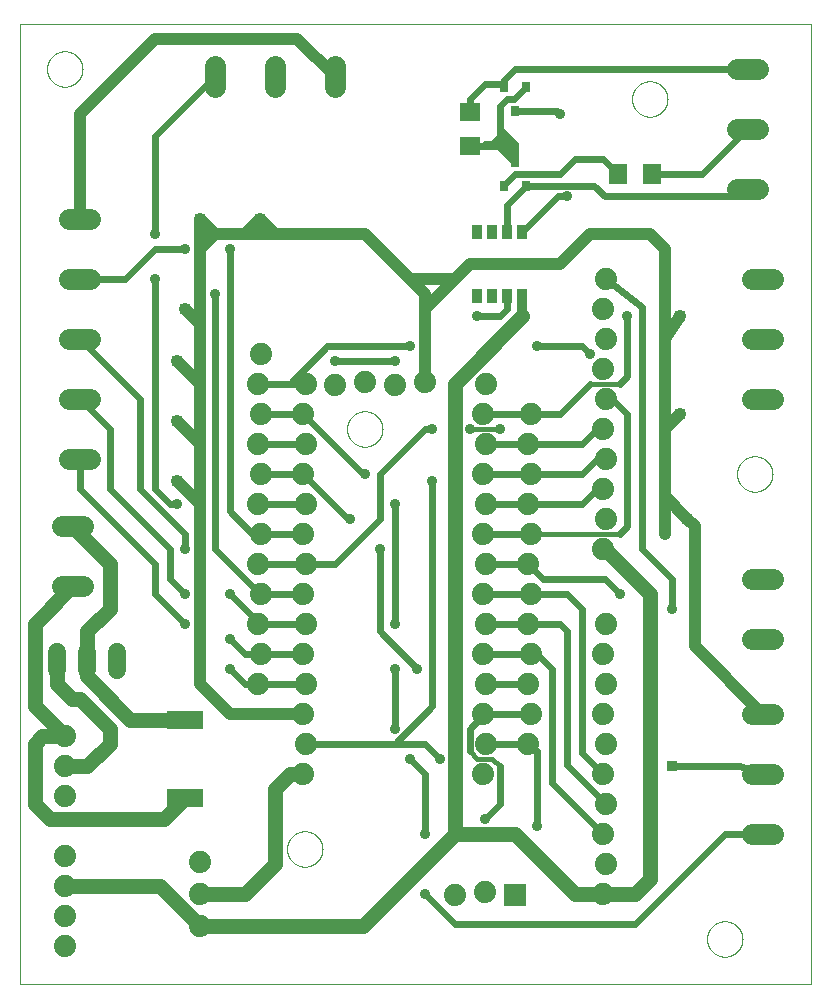
<source format=gtl>
G75*
%MOIN*%
%OFA0B0*%
%FSLAX25Y25*%
%IPPOS*%
%LPD*%
%AMOC8*
5,1,8,0,0,1.08239X$1,22.5*
%
%ADD10C,0.00000*%
%ADD11C,0.07050*%
%ADD12C,0.07400*%
%ADD13R,0.07400X0.07400*%
%ADD14C,0.06000*%
%ADD15R,0.07098X0.06299*%
%ADD16R,0.06299X0.07098*%
%ADD17R,0.03600X0.04500*%
%ADD18R,0.03150X0.03543*%
%ADD19R,0.12400X0.06100*%
%ADD20C,0.04000*%
%ADD21C,0.05000*%
%ADD22R,0.03562X0.03562*%
%ADD23C,0.02400*%
%ADD24C,0.03562*%
%ADD25C,0.01600*%
%ADD26C,0.03200*%
D10*
X0073539Y0010833D02*
X0073539Y0330833D01*
X0337240Y0330833D01*
X0337240Y0010833D01*
X0073539Y0010833D01*
X0162633Y0055833D02*
X0162635Y0055986D01*
X0162641Y0056140D01*
X0162651Y0056293D01*
X0162665Y0056445D01*
X0162683Y0056598D01*
X0162705Y0056749D01*
X0162730Y0056900D01*
X0162760Y0057051D01*
X0162794Y0057201D01*
X0162831Y0057349D01*
X0162872Y0057497D01*
X0162917Y0057643D01*
X0162966Y0057789D01*
X0163019Y0057933D01*
X0163075Y0058075D01*
X0163135Y0058216D01*
X0163199Y0058356D01*
X0163266Y0058494D01*
X0163337Y0058630D01*
X0163412Y0058764D01*
X0163489Y0058896D01*
X0163571Y0059026D01*
X0163655Y0059154D01*
X0163743Y0059280D01*
X0163834Y0059403D01*
X0163928Y0059524D01*
X0164026Y0059642D01*
X0164126Y0059758D01*
X0164230Y0059871D01*
X0164336Y0059982D01*
X0164445Y0060090D01*
X0164557Y0060195D01*
X0164671Y0060296D01*
X0164789Y0060395D01*
X0164908Y0060491D01*
X0165030Y0060584D01*
X0165155Y0060673D01*
X0165282Y0060760D01*
X0165411Y0060842D01*
X0165542Y0060922D01*
X0165675Y0060998D01*
X0165810Y0061071D01*
X0165947Y0061140D01*
X0166086Y0061205D01*
X0166226Y0061267D01*
X0166368Y0061325D01*
X0166511Y0061380D01*
X0166656Y0061431D01*
X0166802Y0061478D01*
X0166949Y0061521D01*
X0167097Y0061560D01*
X0167246Y0061596D01*
X0167396Y0061627D01*
X0167547Y0061655D01*
X0167698Y0061679D01*
X0167851Y0061699D01*
X0168003Y0061715D01*
X0168156Y0061727D01*
X0168309Y0061735D01*
X0168462Y0061739D01*
X0168616Y0061739D01*
X0168769Y0061735D01*
X0168922Y0061727D01*
X0169075Y0061715D01*
X0169227Y0061699D01*
X0169380Y0061679D01*
X0169531Y0061655D01*
X0169682Y0061627D01*
X0169832Y0061596D01*
X0169981Y0061560D01*
X0170129Y0061521D01*
X0170276Y0061478D01*
X0170422Y0061431D01*
X0170567Y0061380D01*
X0170710Y0061325D01*
X0170852Y0061267D01*
X0170992Y0061205D01*
X0171131Y0061140D01*
X0171268Y0061071D01*
X0171403Y0060998D01*
X0171536Y0060922D01*
X0171667Y0060842D01*
X0171796Y0060760D01*
X0171923Y0060673D01*
X0172048Y0060584D01*
X0172170Y0060491D01*
X0172289Y0060395D01*
X0172407Y0060296D01*
X0172521Y0060195D01*
X0172633Y0060090D01*
X0172742Y0059982D01*
X0172848Y0059871D01*
X0172952Y0059758D01*
X0173052Y0059642D01*
X0173150Y0059524D01*
X0173244Y0059403D01*
X0173335Y0059280D01*
X0173423Y0059154D01*
X0173507Y0059026D01*
X0173589Y0058896D01*
X0173666Y0058764D01*
X0173741Y0058630D01*
X0173812Y0058494D01*
X0173879Y0058356D01*
X0173943Y0058216D01*
X0174003Y0058075D01*
X0174059Y0057933D01*
X0174112Y0057789D01*
X0174161Y0057643D01*
X0174206Y0057497D01*
X0174247Y0057349D01*
X0174284Y0057201D01*
X0174318Y0057051D01*
X0174348Y0056900D01*
X0174373Y0056749D01*
X0174395Y0056598D01*
X0174413Y0056445D01*
X0174427Y0056293D01*
X0174437Y0056140D01*
X0174443Y0055986D01*
X0174445Y0055833D01*
X0174443Y0055680D01*
X0174437Y0055526D01*
X0174427Y0055373D01*
X0174413Y0055221D01*
X0174395Y0055068D01*
X0174373Y0054917D01*
X0174348Y0054766D01*
X0174318Y0054615D01*
X0174284Y0054465D01*
X0174247Y0054317D01*
X0174206Y0054169D01*
X0174161Y0054023D01*
X0174112Y0053877D01*
X0174059Y0053733D01*
X0174003Y0053591D01*
X0173943Y0053450D01*
X0173879Y0053310D01*
X0173812Y0053172D01*
X0173741Y0053036D01*
X0173666Y0052902D01*
X0173589Y0052770D01*
X0173507Y0052640D01*
X0173423Y0052512D01*
X0173335Y0052386D01*
X0173244Y0052263D01*
X0173150Y0052142D01*
X0173052Y0052024D01*
X0172952Y0051908D01*
X0172848Y0051795D01*
X0172742Y0051684D01*
X0172633Y0051576D01*
X0172521Y0051471D01*
X0172407Y0051370D01*
X0172289Y0051271D01*
X0172170Y0051175D01*
X0172048Y0051082D01*
X0171923Y0050993D01*
X0171796Y0050906D01*
X0171667Y0050824D01*
X0171536Y0050744D01*
X0171403Y0050668D01*
X0171268Y0050595D01*
X0171131Y0050526D01*
X0170992Y0050461D01*
X0170852Y0050399D01*
X0170710Y0050341D01*
X0170567Y0050286D01*
X0170422Y0050235D01*
X0170276Y0050188D01*
X0170129Y0050145D01*
X0169981Y0050106D01*
X0169832Y0050070D01*
X0169682Y0050039D01*
X0169531Y0050011D01*
X0169380Y0049987D01*
X0169227Y0049967D01*
X0169075Y0049951D01*
X0168922Y0049939D01*
X0168769Y0049931D01*
X0168616Y0049927D01*
X0168462Y0049927D01*
X0168309Y0049931D01*
X0168156Y0049939D01*
X0168003Y0049951D01*
X0167851Y0049967D01*
X0167698Y0049987D01*
X0167547Y0050011D01*
X0167396Y0050039D01*
X0167246Y0050070D01*
X0167097Y0050106D01*
X0166949Y0050145D01*
X0166802Y0050188D01*
X0166656Y0050235D01*
X0166511Y0050286D01*
X0166368Y0050341D01*
X0166226Y0050399D01*
X0166086Y0050461D01*
X0165947Y0050526D01*
X0165810Y0050595D01*
X0165675Y0050668D01*
X0165542Y0050744D01*
X0165411Y0050824D01*
X0165282Y0050906D01*
X0165155Y0050993D01*
X0165030Y0051082D01*
X0164908Y0051175D01*
X0164789Y0051271D01*
X0164671Y0051370D01*
X0164557Y0051471D01*
X0164445Y0051576D01*
X0164336Y0051684D01*
X0164230Y0051795D01*
X0164126Y0051908D01*
X0164026Y0052024D01*
X0163928Y0052142D01*
X0163834Y0052263D01*
X0163743Y0052386D01*
X0163655Y0052512D01*
X0163571Y0052640D01*
X0163489Y0052770D01*
X0163412Y0052902D01*
X0163337Y0053036D01*
X0163266Y0053172D01*
X0163199Y0053310D01*
X0163135Y0053450D01*
X0163075Y0053591D01*
X0163019Y0053733D01*
X0162966Y0053877D01*
X0162917Y0054023D01*
X0162872Y0054169D01*
X0162831Y0054317D01*
X0162794Y0054465D01*
X0162760Y0054615D01*
X0162730Y0054766D01*
X0162705Y0054917D01*
X0162683Y0055068D01*
X0162665Y0055221D01*
X0162651Y0055373D01*
X0162641Y0055526D01*
X0162635Y0055680D01*
X0162633Y0055833D01*
X0182633Y0195833D02*
X0182635Y0195986D01*
X0182641Y0196140D01*
X0182651Y0196293D01*
X0182665Y0196445D01*
X0182683Y0196598D01*
X0182705Y0196749D01*
X0182730Y0196900D01*
X0182760Y0197051D01*
X0182794Y0197201D01*
X0182831Y0197349D01*
X0182872Y0197497D01*
X0182917Y0197643D01*
X0182966Y0197789D01*
X0183019Y0197933D01*
X0183075Y0198075D01*
X0183135Y0198216D01*
X0183199Y0198356D01*
X0183266Y0198494D01*
X0183337Y0198630D01*
X0183412Y0198764D01*
X0183489Y0198896D01*
X0183571Y0199026D01*
X0183655Y0199154D01*
X0183743Y0199280D01*
X0183834Y0199403D01*
X0183928Y0199524D01*
X0184026Y0199642D01*
X0184126Y0199758D01*
X0184230Y0199871D01*
X0184336Y0199982D01*
X0184445Y0200090D01*
X0184557Y0200195D01*
X0184671Y0200296D01*
X0184789Y0200395D01*
X0184908Y0200491D01*
X0185030Y0200584D01*
X0185155Y0200673D01*
X0185282Y0200760D01*
X0185411Y0200842D01*
X0185542Y0200922D01*
X0185675Y0200998D01*
X0185810Y0201071D01*
X0185947Y0201140D01*
X0186086Y0201205D01*
X0186226Y0201267D01*
X0186368Y0201325D01*
X0186511Y0201380D01*
X0186656Y0201431D01*
X0186802Y0201478D01*
X0186949Y0201521D01*
X0187097Y0201560D01*
X0187246Y0201596D01*
X0187396Y0201627D01*
X0187547Y0201655D01*
X0187698Y0201679D01*
X0187851Y0201699D01*
X0188003Y0201715D01*
X0188156Y0201727D01*
X0188309Y0201735D01*
X0188462Y0201739D01*
X0188616Y0201739D01*
X0188769Y0201735D01*
X0188922Y0201727D01*
X0189075Y0201715D01*
X0189227Y0201699D01*
X0189380Y0201679D01*
X0189531Y0201655D01*
X0189682Y0201627D01*
X0189832Y0201596D01*
X0189981Y0201560D01*
X0190129Y0201521D01*
X0190276Y0201478D01*
X0190422Y0201431D01*
X0190567Y0201380D01*
X0190710Y0201325D01*
X0190852Y0201267D01*
X0190992Y0201205D01*
X0191131Y0201140D01*
X0191268Y0201071D01*
X0191403Y0200998D01*
X0191536Y0200922D01*
X0191667Y0200842D01*
X0191796Y0200760D01*
X0191923Y0200673D01*
X0192048Y0200584D01*
X0192170Y0200491D01*
X0192289Y0200395D01*
X0192407Y0200296D01*
X0192521Y0200195D01*
X0192633Y0200090D01*
X0192742Y0199982D01*
X0192848Y0199871D01*
X0192952Y0199758D01*
X0193052Y0199642D01*
X0193150Y0199524D01*
X0193244Y0199403D01*
X0193335Y0199280D01*
X0193423Y0199154D01*
X0193507Y0199026D01*
X0193589Y0198896D01*
X0193666Y0198764D01*
X0193741Y0198630D01*
X0193812Y0198494D01*
X0193879Y0198356D01*
X0193943Y0198216D01*
X0194003Y0198075D01*
X0194059Y0197933D01*
X0194112Y0197789D01*
X0194161Y0197643D01*
X0194206Y0197497D01*
X0194247Y0197349D01*
X0194284Y0197201D01*
X0194318Y0197051D01*
X0194348Y0196900D01*
X0194373Y0196749D01*
X0194395Y0196598D01*
X0194413Y0196445D01*
X0194427Y0196293D01*
X0194437Y0196140D01*
X0194443Y0195986D01*
X0194445Y0195833D01*
X0194443Y0195680D01*
X0194437Y0195526D01*
X0194427Y0195373D01*
X0194413Y0195221D01*
X0194395Y0195068D01*
X0194373Y0194917D01*
X0194348Y0194766D01*
X0194318Y0194615D01*
X0194284Y0194465D01*
X0194247Y0194317D01*
X0194206Y0194169D01*
X0194161Y0194023D01*
X0194112Y0193877D01*
X0194059Y0193733D01*
X0194003Y0193591D01*
X0193943Y0193450D01*
X0193879Y0193310D01*
X0193812Y0193172D01*
X0193741Y0193036D01*
X0193666Y0192902D01*
X0193589Y0192770D01*
X0193507Y0192640D01*
X0193423Y0192512D01*
X0193335Y0192386D01*
X0193244Y0192263D01*
X0193150Y0192142D01*
X0193052Y0192024D01*
X0192952Y0191908D01*
X0192848Y0191795D01*
X0192742Y0191684D01*
X0192633Y0191576D01*
X0192521Y0191471D01*
X0192407Y0191370D01*
X0192289Y0191271D01*
X0192170Y0191175D01*
X0192048Y0191082D01*
X0191923Y0190993D01*
X0191796Y0190906D01*
X0191667Y0190824D01*
X0191536Y0190744D01*
X0191403Y0190668D01*
X0191268Y0190595D01*
X0191131Y0190526D01*
X0190992Y0190461D01*
X0190852Y0190399D01*
X0190710Y0190341D01*
X0190567Y0190286D01*
X0190422Y0190235D01*
X0190276Y0190188D01*
X0190129Y0190145D01*
X0189981Y0190106D01*
X0189832Y0190070D01*
X0189682Y0190039D01*
X0189531Y0190011D01*
X0189380Y0189987D01*
X0189227Y0189967D01*
X0189075Y0189951D01*
X0188922Y0189939D01*
X0188769Y0189931D01*
X0188616Y0189927D01*
X0188462Y0189927D01*
X0188309Y0189931D01*
X0188156Y0189939D01*
X0188003Y0189951D01*
X0187851Y0189967D01*
X0187698Y0189987D01*
X0187547Y0190011D01*
X0187396Y0190039D01*
X0187246Y0190070D01*
X0187097Y0190106D01*
X0186949Y0190145D01*
X0186802Y0190188D01*
X0186656Y0190235D01*
X0186511Y0190286D01*
X0186368Y0190341D01*
X0186226Y0190399D01*
X0186086Y0190461D01*
X0185947Y0190526D01*
X0185810Y0190595D01*
X0185675Y0190668D01*
X0185542Y0190744D01*
X0185411Y0190824D01*
X0185282Y0190906D01*
X0185155Y0190993D01*
X0185030Y0191082D01*
X0184908Y0191175D01*
X0184789Y0191271D01*
X0184671Y0191370D01*
X0184557Y0191471D01*
X0184445Y0191576D01*
X0184336Y0191684D01*
X0184230Y0191795D01*
X0184126Y0191908D01*
X0184026Y0192024D01*
X0183928Y0192142D01*
X0183834Y0192263D01*
X0183743Y0192386D01*
X0183655Y0192512D01*
X0183571Y0192640D01*
X0183489Y0192770D01*
X0183412Y0192902D01*
X0183337Y0193036D01*
X0183266Y0193172D01*
X0183199Y0193310D01*
X0183135Y0193450D01*
X0183075Y0193591D01*
X0183019Y0193733D01*
X0182966Y0193877D01*
X0182917Y0194023D01*
X0182872Y0194169D01*
X0182831Y0194317D01*
X0182794Y0194465D01*
X0182760Y0194615D01*
X0182730Y0194766D01*
X0182705Y0194917D01*
X0182683Y0195068D01*
X0182665Y0195221D01*
X0182651Y0195373D01*
X0182641Y0195526D01*
X0182635Y0195680D01*
X0182633Y0195833D01*
X0277633Y0305833D02*
X0277635Y0305986D01*
X0277641Y0306140D01*
X0277651Y0306293D01*
X0277665Y0306445D01*
X0277683Y0306598D01*
X0277705Y0306749D01*
X0277730Y0306900D01*
X0277760Y0307051D01*
X0277794Y0307201D01*
X0277831Y0307349D01*
X0277872Y0307497D01*
X0277917Y0307643D01*
X0277966Y0307789D01*
X0278019Y0307933D01*
X0278075Y0308075D01*
X0278135Y0308216D01*
X0278199Y0308356D01*
X0278266Y0308494D01*
X0278337Y0308630D01*
X0278412Y0308764D01*
X0278489Y0308896D01*
X0278571Y0309026D01*
X0278655Y0309154D01*
X0278743Y0309280D01*
X0278834Y0309403D01*
X0278928Y0309524D01*
X0279026Y0309642D01*
X0279126Y0309758D01*
X0279230Y0309871D01*
X0279336Y0309982D01*
X0279445Y0310090D01*
X0279557Y0310195D01*
X0279671Y0310296D01*
X0279789Y0310395D01*
X0279908Y0310491D01*
X0280030Y0310584D01*
X0280155Y0310673D01*
X0280282Y0310760D01*
X0280411Y0310842D01*
X0280542Y0310922D01*
X0280675Y0310998D01*
X0280810Y0311071D01*
X0280947Y0311140D01*
X0281086Y0311205D01*
X0281226Y0311267D01*
X0281368Y0311325D01*
X0281511Y0311380D01*
X0281656Y0311431D01*
X0281802Y0311478D01*
X0281949Y0311521D01*
X0282097Y0311560D01*
X0282246Y0311596D01*
X0282396Y0311627D01*
X0282547Y0311655D01*
X0282698Y0311679D01*
X0282851Y0311699D01*
X0283003Y0311715D01*
X0283156Y0311727D01*
X0283309Y0311735D01*
X0283462Y0311739D01*
X0283616Y0311739D01*
X0283769Y0311735D01*
X0283922Y0311727D01*
X0284075Y0311715D01*
X0284227Y0311699D01*
X0284380Y0311679D01*
X0284531Y0311655D01*
X0284682Y0311627D01*
X0284832Y0311596D01*
X0284981Y0311560D01*
X0285129Y0311521D01*
X0285276Y0311478D01*
X0285422Y0311431D01*
X0285567Y0311380D01*
X0285710Y0311325D01*
X0285852Y0311267D01*
X0285992Y0311205D01*
X0286131Y0311140D01*
X0286268Y0311071D01*
X0286403Y0310998D01*
X0286536Y0310922D01*
X0286667Y0310842D01*
X0286796Y0310760D01*
X0286923Y0310673D01*
X0287048Y0310584D01*
X0287170Y0310491D01*
X0287289Y0310395D01*
X0287407Y0310296D01*
X0287521Y0310195D01*
X0287633Y0310090D01*
X0287742Y0309982D01*
X0287848Y0309871D01*
X0287952Y0309758D01*
X0288052Y0309642D01*
X0288150Y0309524D01*
X0288244Y0309403D01*
X0288335Y0309280D01*
X0288423Y0309154D01*
X0288507Y0309026D01*
X0288589Y0308896D01*
X0288666Y0308764D01*
X0288741Y0308630D01*
X0288812Y0308494D01*
X0288879Y0308356D01*
X0288943Y0308216D01*
X0289003Y0308075D01*
X0289059Y0307933D01*
X0289112Y0307789D01*
X0289161Y0307643D01*
X0289206Y0307497D01*
X0289247Y0307349D01*
X0289284Y0307201D01*
X0289318Y0307051D01*
X0289348Y0306900D01*
X0289373Y0306749D01*
X0289395Y0306598D01*
X0289413Y0306445D01*
X0289427Y0306293D01*
X0289437Y0306140D01*
X0289443Y0305986D01*
X0289445Y0305833D01*
X0289443Y0305680D01*
X0289437Y0305526D01*
X0289427Y0305373D01*
X0289413Y0305221D01*
X0289395Y0305068D01*
X0289373Y0304917D01*
X0289348Y0304766D01*
X0289318Y0304615D01*
X0289284Y0304465D01*
X0289247Y0304317D01*
X0289206Y0304169D01*
X0289161Y0304023D01*
X0289112Y0303877D01*
X0289059Y0303733D01*
X0289003Y0303591D01*
X0288943Y0303450D01*
X0288879Y0303310D01*
X0288812Y0303172D01*
X0288741Y0303036D01*
X0288666Y0302902D01*
X0288589Y0302770D01*
X0288507Y0302640D01*
X0288423Y0302512D01*
X0288335Y0302386D01*
X0288244Y0302263D01*
X0288150Y0302142D01*
X0288052Y0302024D01*
X0287952Y0301908D01*
X0287848Y0301795D01*
X0287742Y0301684D01*
X0287633Y0301576D01*
X0287521Y0301471D01*
X0287407Y0301370D01*
X0287289Y0301271D01*
X0287170Y0301175D01*
X0287048Y0301082D01*
X0286923Y0300993D01*
X0286796Y0300906D01*
X0286667Y0300824D01*
X0286536Y0300744D01*
X0286403Y0300668D01*
X0286268Y0300595D01*
X0286131Y0300526D01*
X0285992Y0300461D01*
X0285852Y0300399D01*
X0285710Y0300341D01*
X0285567Y0300286D01*
X0285422Y0300235D01*
X0285276Y0300188D01*
X0285129Y0300145D01*
X0284981Y0300106D01*
X0284832Y0300070D01*
X0284682Y0300039D01*
X0284531Y0300011D01*
X0284380Y0299987D01*
X0284227Y0299967D01*
X0284075Y0299951D01*
X0283922Y0299939D01*
X0283769Y0299931D01*
X0283616Y0299927D01*
X0283462Y0299927D01*
X0283309Y0299931D01*
X0283156Y0299939D01*
X0283003Y0299951D01*
X0282851Y0299967D01*
X0282698Y0299987D01*
X0282547Y0300011D01*
X0282396Y0300039D01*
X0282246Y0300070D01*
X0282097Y0300106D01*
X0281949Y0300145D01*
X0281802Y0300188D01*
X0281656Y0300235D01*
X0281511Y0300286D01*
X0281368Y0300341D01*
X0281226Y0300399D01*
X0281086Y0300461D01*
X0280947Y0300526D01*
X0280810Y0300595D01*
X0280675Y0300668D01*
X0280542Y0300744D01*
X0280411Y0300824D01*
X0280282Y0300906D01*
X0280155Y0300993D01*
X0280030Y0301082D01*
X0279908Y0301175D01*
X0279789Y0301271D01*
X0279671Y0301370D01*
X0279557Y0301471D01*
X0279445Y0301576D01*
X0279336Y0301684D01*
X0279230Y0301795D01*
X0279126Y0301908D01*
X0279026Y0302024D01*
X0278928Y0302142D01*
X0278834Y0302263D01*
X0278743Y0302386D01*
X0278655Y0302512D01*
X0278571Y0302640D01*
X0278489Y0302770D01*
X0278412Y0302902D01*
X0278337Y0303036D01*
X0278266Y0303172D01*
X0278199Y0303310D01*
X0278135Y0303450D01*
X0278075Y0303591D01*
X0278019Y0303733D01*
X0277966Y0303877D01*
X0277917Y0304023D01*
X0277872Y0304169D01*
X0277831Y0304317D01*
X0277794Y0304465D01*
X0277760Y0304615D01*
X0277730Y0304766D01*
X0277705Y0304917D01*
X0277683Y0305068D01*
X0277665Y0305221D01*
X0277651Y0305373D01*
X0277641Y0305526D01*
X0277635Y0305680D01*
X0277633Y0305833D01*
X0312633Y0180833D02*
X0312635Y0180986D01*
X0312641Y0181140D01*
X0312651Y0181293D01*
X0312665Y0181445D01*
X0312683Y0181598D01*
X0312705Y0181749D01*
X0312730Y0181900D01*
X0312760Y0182051D01*
X0312794Y0182201D01*
X0312831Y0182349D01*
X0312872Y0182497D01*
X0312917Y0182643D01*
X0312966Y0182789D01*
X0313019Y0182933D01*
X0313075Y0183075D01*
X0313135Y0183216D01*
X0313199Y0183356D01*
X0313266Y0183494D01*
X0313337Y0183630D01*
X0313412Y0183764D01*
X0313489Y0183896D01*
X0313571Y0184026D01*
X0313655Y0184154D01*
X0313743Y0184280D01*
X0313834Y0184403D01*
X0313928Y0184524D01*
X0314026Y0184642D01*
X0314126Y0184758D01*
X0314230Y0184871D01*
X0314336Y0184982D01*
X0314445Y0185090D01*
X0314557Y0185195D01*
X0314671Y0185296D01*
X0314789Y0185395D01*
X0314908Y0185491D01*
X0315030Y0185584D01*
X0315155Y0185673D01*
X0315282Y0185760D01*
X0315411Y0185842D01*
X0315542Y0185922D01*
X0315675Y0185998D01*
X0315810Y0186071D01*
X0315947Y0186140D01*
X0316086Y0186205D01*
X0316226Y0186267D01*
X0316368Y0186325D01*
X0316511Y0186380D01*
X0316656Y0186431D01*
X0316802Y0186478D01*
X0316949Y0186521D01*
X0317097Y0186560D01*
X0317246Y0186596D01*
X0317396Y0186627D01*
X0317547Y0186655D01*
X0317698Y0186679D01*
X0317851Y0186699D01*
X0318003Y0186715D01*
X0318156Y0186727D01*
X0318309Y0186735D01*
X0318462Y0186739D01*
X0318616Y0186739D01*
X0318769Y0186735D01*
X0318922Y0186727D01*
X0319075Y0186715D01*
X0319227Y0186699D01*
X0319380Y0186679D01*
X0319531Y0186655D01*
X0319682Y0186627D01*
X0319832Y0186596D01*
X0319981Y0186560D01*
X0320129Y0186521D01*
X0320276Y0186478D01*
X0320422Y0186431D01*
X0320567Y0186380D01*
X0320710Y0186325D01*
X0320852Y0186267D01*
X0320992Y0186205D01*
X0321131Y0186140D01*
X0321268Y0186071D01*
X0321403Y0185998D01*
X0321536Y0185922D01*
X0321667Y0185842D01*
X0321796Y0185760D01*
X0321923Y0185673D01*
X0322048Y0185584D01*
X0322170Y0185491D01*
X0322289Y0185395D01*
X0322407Y0185296D01*
X0322521Y0185195D01*
X0322633Y0185090D01*
X0322742Y0184982D01*
X0322848Y0184871D01*
X0322952Y0184758D01*
X0323052Y0184642D01*
X0323150Y0184524D01*
X0323244Y0184403D01*
X0323335Y0184280D01*
X0323423Y0184154D01*
X0323507Y0184026D01*
X0323589Y0183896D01*
X0323666Y0183764D01*
X0323741Y0183630D01*
X0323812Y0183494D01*
X0323879Y0183356D01*
X0323943Y0183216D01*
X0324003Y0183075D01*
X0324059Y0182933D01*
X0324112Y0182789D01*
X0324161Y0182643D01*
X0324206Y0182497D01*
X0324247Y0182349D01*
X0324284Y0182201D01*
X0324318Y0182051D01*
X0324348Y0181900D01*
X0324373Y0181749D01*
X0324395Y0181598D01*
X0324413Y0181445D01*
X0324427Y0181293D01*
X0324437Y0181140D01*
X0324443Y0180986D01*
X0324445Y0180833D01*
X0324443Y0180680D01*
X0324437Y0180526D01*
X0324427Y0180373D01*
X0324413Y0180221D01*
X0324395Y0180068D01*
X0324373Y0179917D01*
X0324348Y0179766D01*
X0324318Y0179615D01*
X0324284Y0179465D01*
X0324247Y0179317D01*
X0324206Y0179169D01*
X0324161Y0179023D01*
X0324112Y0178877D01*
X0324059Y0178733D01*
X0324003Y0178591D01*
X0323943Y0178450D01*
X0323879Y0178310D01*
X0323812Y0178172D01*
X0323741Y0178036D01*
X0323666Y0177902D01*
X0323589Y0177770D01*
X0323507Y0177640D01*
X0323423Y0177512D01*
X0323335Y0177386D01*
X0323244Y0177263D01*
X0323150Y0177142D01*
X0323052Y0177024D01*
X0322952Y0176908D01*
X0322848Y0176795D01*
X0322742Y0176684D01*
X0322633Y0176576D01*
X0322521Y0176471D01*
X0322407Y0176370D01*
X0322289Y0176271D01*
X0322170Y0176175D01*
X0322048Y0176082D01*
X0321923Y0175993D01*
X0321796Y0175906D01*
X0321667Y0175824D01*
X0321536Y0175744D01*
X0321403Y0175668D01*
X0321268Y0175595D01*
X0321131Y0175526D01*
X0320992Y0175461D01*
X0320852Y0175399D01*
X0320710Y0175341D01*
X0320567Y0175286D01*
X0320422Y0175235D01*
X0320276Y0175188D01*
X0320129Y0175145D01*
X0319981Y0175106D01*
X0319832Y0175070D01*
X0319682Y0175039D01*
X0319531Y0175011D01*
X0319380Y0174987D01*
X0319227Y0174967D01*
X0319075Y0174951D01*
X0318922Y0174939D01*
X0318769Y0174931D01*
X0318616Y0174927D01*
X0318462Y0174927D01*
X0318309Y0174931D01*
X0318156Y0174939D01*
X0318003Y0174951D01*
X0317851Y0174967D01*
X0317698Y0174987D01*
X0317547Y0175011D01*
X0317396Y0175039D01*
X0317246Y0175070D01*
X0317097Y0175106D01*
X0316949Y0175145D01*
X0316802Y0175188D01*
X0316656Y0175235D01*
X0316511Y0175286D01*
X0316368Y0175341D01*
X0316226Y0175399D01*
X0316086Y0175461D01*
X0315947Y0175526D01*
X0315810Y0175595D01*
X0315675Y0175668D01*
X0315542Y0175744D01*
X0315411Y0175824D01*
X0315282Y0175906D01*
X0315155Y0175993D01*
X0315030Y0176082D01*
X0314908Y0176175D01*
X0314789Y0176271D01*
X0314671Y0176370D01*
X0314557Y0176471D01*
X0314445Y0176576D01*
X0314336Y0176684D01*
X0314230Y0176795D01*
X0314126Y0176908D01*
X0314026Y0177024D01*
X0313928Y0177142D01*
X0313834Y0177263D01*
X0313743Y0177386D01*
X0313655Y0177512D01*
X0313571Y0177640D01*
X0313489Y0177770D01*
X0313412Y0177902D01*
X0313337Y0178036D01*
X0313266Y0178172D01*
X0313199Y0178310D01*
X0313135Y0178450D01*
X0313075Y0178591D01*
X0313019Y0178733D01*
X0312966Y0178877D01*
X0312917Y0179023D01*
X0312872Y0179169D01*
X0312831Y0179317D01*
X0312794Y0179465D01*
X0312760Y0179615D01*
X0312730Y0179766D01*
X0312705Y0179917D01*
X0312683Y0180068D01*
X0312665Y0180221D01*
X0312651Y0180373D01*
X0312641Y0180526D01*
X0312635Y0180680D01*
X0312633Y0180833D01*
X0302633Y0025833D02*
X0302635Y0025986D01*
X0302641Y0026140D01*
X0302651Y0026293D01*
X0302665Y0026445D01*
X0302683Y0026598D01*
X0302705Y0026749D01*
X0302730Y0026900D01*
X0302760Y0027051D01*
X0302794Y0027201D01*
X0302831Y0027349D01*
X0302872Y0027497D01*
X0302917Y0027643D01*
X0302966Y0027789D01*
X0303019Y0027933D01*
X0303075Y0028075D01*
X0303135Y0028216D01*
X0303199Y0028356D01*
X0303266Y0028494D01*
X0303337Y0028630D01*
X0303412Y0028764D01*
X0303489Y0028896D01*
X0303571Y0029026D01*
X0303655Y0029154D01*
X0303743Y0029280D01*
X0303834Y0029403D01*
X0303928Y0029524D01*
X0304026Y0029642D01*
X0304126Y0029758D01*
X0304230Y0029871D01*
X0304336Y0029982D01*
X0304445Y0030090D01*
X0304557Y0030195D01*
X0304671Y0030296D01*
X0304789Y0030395D01*
X0304908Y0030491D01*
X0305030Y0030584D01*
X0305155Y0030673D01*
X0305282Y0030760D01*
X0305411Y0030842D01*
X0305542Y0030922D01*
X0305675Y0030998D01*
X0305810Y0031071D01*
X0305947Y0031140D01*
X0306086Y0031205D01*
X0306226Y0031267D01*
X0306368Y0031325D01*
X0306511Y0031380D01*
X0306656Y0031431D01*
X0306802Y0031478D01*
X0306949Y0031521D01*
X0307097Y0031560D01*
X0307246Y0031596D01*
X0307396Y0031627D01*
X0307547Y0031655D01*
X0307698Y0031679D01*
X0307851Y0031699D01*
X0308003Y0031715D01*
X0308156Y0031727D01*
X0308309Y0031735D01*
X0308462Y0031739D01*
X0308616Y0031739D01*
X0308769Y0031735D01*
X0308922Y0031727D01*
X0309075Y0031715D01*
X0309227Y0031699D01*
X0309380Y0031679D01*
X0309531Y0031655D01*
X0309682Y0031627D01*
X0309832Y0031596D01*
X0309981Y0031560D01*
X0310129Y0031521D01*
X0310276Y0031478D01*
X0310422Y0031431D01*
X0310567Y0031380D01*
X0310710Y0031325D01*
X0310852Y0031267D01*
X0310992Y0031205D01*
X0311131Y0031140D01*
X0311268Y0031071D01*
X0311403Y0030998D01*
X0311536Y0030922D01*
X0311667Y0030842D01*
X0311796Y0030760D01*
X0311923Y0030673D01*
X0312048Y0030584D01*
X0312170Y0030491D01*
X0312289Y0030395D01*
X0312407Y0030296D01*
X0312521Y0030195D01*
X0312633Y0030090D01*
X0312742Y0029982D01*
X0312848Y0029871D01*
X0312952Y0029758D01*
X0313052Y0029642D01*
X0313150Y0029524D01*
X0313244Y0029403D01*
X0313335Y0029280D01*
X0313423Y0029154D01*
X0313507Y0029026D01*
X0313589Y0028896D01*
X0313666Y0028764D01*
X0313741Y0028630D01*
X0313812Y0028494D01*
X0313879Y0028356D01*
X0313943Y0028216D01*
X0314003Y0028075D01*
X0314059Y0027933D01*
X0314112Y0027789D01*
X0314161Y0027643D01*
X0314206Y0027497D01*
X0314247Y0027349D01*
X0314284Y0027201D01*
X0314318Y0027051D01*
X0314348Y0026900D01*
X0314373Y0026749D01*
X0314395Y0026598D01*
X0314413Y0026445D01*
X0314427Y0026293D01*
X0314437Y0026140D01*
X0314443Y0025986D01*
X0314445Y0025833D01*
X0314443Y0025680D01*
X0314437Y0025526D01*
X0314427Y0025373D01*
X0314413Y0025221D01*
X0314395Y0025068D01*
X0314373Y0024917D01*
X0314348Y0024766D01*
X0314318Y0024615D01*
X0314284Y0024465D01*
X0314247Y0024317D01*
X0314206Y0024169D01*
X0314161Y0024023D01*
X0314112Y0023877D01*
X0314059Y0023733D01*
X0314003Y0023591D01*
X0313943Y0023450D01*
X0313879Y0023310D01*
X0313812Y0023172D01*
X0313741Y0023036D01*
X0313666Y0022902D01*
X0313589Y0022770D01*
X0313507Y0022640D01*
X0313423Y0022512D01*
X0313335Y0022386D01*
X0313244Y0022263D01*
X0313150Y0022142D01*
X0313052Y0022024D01*
X0312952Y0021908D01*
X0312848Y0021795D01*
X0312742Y0021684D01*
X0312633Y0021576D01*
X0312521Y0021471D01*
X0312407Y0021370D01*
X0312289Y0021271D01*
X0312170Y0021175D01*
X0312048Y0021082D01*
X0311923Y0020993D01*
X0311796Y0020906D01*
X0311667Y0020824D01*
X0311536Y0020744D01*
X0311403Y0020668D01*
X0311268Y0020595D01*
X0311131Y0020526D01*
X0310992Y0020461D01*
X0310852Y0020399D01*
X0310710Y0020341D01*
X0310567Y0020286D01*
X0310422Y0020235D01*
X0310276Y0020188D01*
X0310129Y0020145D01*
X0309981Y0020106D01*
X0309832Y0020070D01*
X0309682Y0020039D01*
X0309531Y0020011D01*
X0309380Y0019987D01*
X0309227Y0019967D01*
X0309075Y0019951D01*
X0308922Y0019939D01*
X0308769Y0019931D01*
X0308616Y0019927D01*
X0308462Y0019927D01*
X0308309Y0019931D01*
X0308156Y0019939D01*
X0308003Y0019951D01*
X0307851Y0019967D01*
X0307698Y0019987D01*
X0307547Y0020011D01*
X0307396Y0020039D01*
X0307246Y0020070D01*
X0307097Y0020106D01*
X0306949Y0020145D01*
X0306802Y0020188D01*
X0306656Y0020235D01*
X0306511Y0020286D01*
X0306368Y0020341D01*
X0306226Y0020399D01*
X0306086Y0020461D01*
X0305947Y0020526D01*
X0305810Y0020595D01*
X0305675Y0020668D01*
X0305542Y0020744D01*
X0305411Y0020824D01*
X0305282Y0020906D01*
X0305155Y0020993D01*
X0305030Y0021082D01*
X0304908Y0021175D01*
X0304789Y0021271D01*
X0304671Y0021370D01*
X0304557Y0021471D01*
X0304445Y0021576D01*
X0304336Y0021684D01*
X0304230Y0021795D01*
X0304126Y0021908D01*
X0304026Y0022024D01*
X0303928Y0022142D01*
X0303834Y0022263D01*
X0303743Y0022386D01*
X0303655Y0022512D01*
X0303571Y0022640D01*
X0303489Y0022770D01*
X0303412Y0022902D01*
X0303337Y0023036D01*
X0303266Y0023172D01*
X0303199Y0023310D01*
X0303135Y0023450D01*
X0303075Y0023591D01*
X0303019Y0023733D01*
X0302966Y0023877D01*
X0302917Y0024023D01*
X0302872Y0024169D01*
X0302831Y0024317D01*
X0302794Y0024465D01*
X0302760Y0024615D01*
X0302730Y0024766D01*
X0302705Y0024917D01*
X0302683Y0025068D01*
X0302665Y0025221D01*
X0302651Y0025373D01*
X0302641Y0025526D01*
X0302635Y0025680D01*
X0302633Y0025833D01*
X0082633Y0315833D02*
X0082635Y0315986D01*
X0082641Y0316140D01*
X0082651Y0316293D01*
X0082665Y0316445D01*
X0082683Y0316598D01*
X0082705Y0316749D01*
X0082730Y0316900D01*
X0082760Y0317051D01*
X0082794Y0317201D01*
X0082831Y0317349D01*
X0082872Y0317497D01*
X0082917Y0317643D01*
X0082966Y0317789D01*
X0083019Y0317933D01*
X0083075Y0318075D01*
X0083135Y0318216D01*
X0083199Y0318356D01*
X0083266Y0318494D01*
X0083337Y0318630D01*
X0083412Y0318764D01*
X0083489Y0318896D01*
X0083571Y0319026D01*
X0083655Y0319154D01*
X0083743Y0319280D01*
X0083834Y0319403D01*
X0083928Y0319524D01*
X0084026Y0319642D01*
X0084126Y0319758D01*
X0084230Y0319871D01*
X0084336Y0319982D01*
X0084445Y0320090D01*
X0084557Y0320195D01*
X0084671Y0320296D01*
X0084789Y0320395D01*
X0084908Y0320491D01*
X0085030Y0320584D01*
X0085155Y0320673D01*
X0085282Y0320760D01*
X0085411Y0320842D01*
X0085542Y0320922D01*
X0085675Y0320998D01*
X0085810Y0321071D01*
X0085947Y0321140D01*
X0086086Y0321205D01*
X0086226Y0321267D01*
X0086368Y0321325D01*
X0086511Y0321380D01*
X0086656Y0321431D01*
X0086802Y0321478D01*
X0086949Y0321521D01*
X0087097Y0321560D01*
X0087246Y0321596D01*
X0087396Y0321627D01*
X0087547Y0321655D01*
X0087698Y0321679D01*
X0087851Y0321699D01*
X0088003Y0321715D01*
X0088156Y0321727D01*
X0088309Y0321735D01*
X0088462Y0321739D01*
X0088616Y0321739D01*
X0088769Y0321735D01*
X0088922Y0321727D01*
X0089075Y0321715D01*
X0089227Y0321699D01*
X0089380Y0321679D01*
X0089531Y0321655D01*
X0089682Y0321627D01*
X0089832Y0321596D01*
X0089981Y0321560D01*
X0090129Y0321521D01*
X0090276Y0321478D01*
X0090422Y0321431D01*
X0090567Y0321380D01*
X0090710Y0321325D01*
X0090852Y0321267D01*
X0090992Y0321205D01*
X0091131Y0321140D01*
X0091268Y0321071D01*
X0091403Y0320998D01*
X0091536Y0320922D01*
X0091667Y0320842D01*
X0091796Y0320760D01*
X0091923Y0320673D01*
X0092048Y0320584D01*
X0092170Y0320491D01*
X0092289Y0320395D01*
X0092407Y0320296D01*
X0092521Y0320195D01*
X0092633Y0320090D01*
X0092742Y0319982D01*
X0092848Y0319871D01*
X0092952Y0319758D01*
X0093052Y0319642D01*
X0093150Y0319524D01*
X0093244Y0319403D01*
X0093335Y0319280D01*
X0093423Y0319154D01*
X0093507Y0319026D01*
X0093589Y0318896D01*
X0093666Y0318764D01*
X0093741Y0318630D01*
X0093812Y0318494D01*
X0093879Y0318356D01*
X0093943Y0318216D01*
X0094003Y0318075D01*
X0094059Y0317933D01*
X0094112Y0317789D01*
X0094161Y0317643D01*
X0094206Y0317497D01*
X0094247Y0317349D01*
X0094284Y0317201D01*
X0094318Y0317051D01*
X0094348Y0316900D01*
X0094373Y0316749D01*
X0094395Y0316598D01*
X0094413Y0316445D01*
X0094427Y0316293D01*
X0094437Y0316140D01*
X0094443Y0315986D01*
X0094445Y0315833D01*
X0094443Y0315680D01*
X0094437Y0315526D01*
X0094427Y0315373D01*
X0094413Y0315221D01*
X0094395Y0315068D01*
X0094373Y0314917D01*
X0094348Y0314766D01*
X0094318Y0314615D01*
X0094284Y0314465D01*
X0094247Y0314317D01*
X0094206Y0314169D01*
X0094161Y0314023D01*
X0094112Y0313877D01*
X0094059Y0313733D01*
X0094003Y0313591D01*
X0093943Y0313450D01*
X0093879Y0313310D01*
X0093812Y0313172D01*
X0093741Y0313036D01*
X0093666Y0312902D01*
X0093589Y0312770D01*
X0093507Y0312640D01*
X0093423Y0312512D01*
X0093335Y0312386D01*
X0093244Y0312263D01*
X0093150Y0312142D01*
X0093052Y0312024D01*
X0092952Y0311908D01*
X0092848Y0311795D01*
X0092742Y0311684D01*
X0092633Y0311576D01*
X0092521Y0311471D01*
X0092407Y0311370D01*
X0092289Y0311271D01*
X0092170Y0311175D01*
X0092048Y0311082D01*
X0091923Y0310993D01*
X0091796Y0310906D01*
X0091667Y0310824D01*
X0091536Y0310744D01*
X0091403Y0310668D01*
X0091268Y0310595D01*
X0091131Y0310526D01*
X0090992Y0310461D01*
X0090852Y0310399D01*
X0090710Y0310341D01*
X0090567Y0310286D01*
X0090422Y0310235D01*
X0090276Y0310188D01*
X0090129Y0310145D01*
X0089981Y0310106D01*
X0089832Y0310070D01*
X0089682Y0310039D01*
X0089531Y0310011D01*
X0089380Y0309987D01*
X0089227Y0309967D01*
X0089075Y0309951D01*
X0088922Y0309939D01*
X0088769Y0309931D01*
X0088616Y0309927D01*
X0088462Y0309927D01*
X0088309Y0309931D01*
X0088156Y0309939D01*
X0088003Y0309951D01*
X0087851Y0309967D01*
X0087698Y0309987D01*
X0087547Y0310011D01*
X0087396Y0310039D01*
X0087246Y0310070D01*
X0087097Y0310106D01*
X0086949Y0310145D01*
X0086802Y0310188D01*
X0086656Y0310235D01*
X0086511Y0310286D01*
X0086368Y0310341D01*
X0086226Y0310399D01*
X0086086Y0310461D01*
X0085947Y0310526D01*
X0085810Y0310595D01*
X0085675Y0310668D01*
X0085542Y0310744D01*
X0085411Y0310824D01*
X0085282Y0310906D01*
X0085155Y0310993D01*
X0085030Y0311082D01*
X0084908Y0311175D01*
X0084789Y0311271D01*
X0084671Y0311370D01*
X0084557Y0311471D01*
X0084445Y0311576D01*
X0084336Y0311684D01*
X0084230Y0311795D01*
X0084126Y0311908D01*
X0084026Y0312024D01*
X0083928Y0312142D01*
X0083834Y0312263D01*
X0083743Y0312386D01*
X0083655Y0312512D01*
X0083571Y0312640D01*
X0083489Y0312770D01*
X0083412Y0312902D01*
X0083337Y0313036D01*
X0083266Y0313172D01*
X0083199Y0313310D01*
X0083135Y0313450D01*
X0083075Y0313591D01*
X0083019Y0313733D01*
X0082966Y0313877D01*
X0082917Y0314023D01*
X0082872Y0314169D01*
X0082831Y0314317D01*
X0082794Y0314465D01*
X0082760Y0314615D01*
X0082730Y0314766D01*
X0082705Y0314917D01*
X0082683Y0315068D01*
X0082665Y0315221D01*
X0082651Y0315373D01*
X0082641Y0315526D01*
X0082635Y0315680D01*
X0082633Y0315833D01*
D11*
X0090014Y0265833D02*
X0097064Y0265833D01*
X0097064Y0245833D02*
X0090014Y0245833D01*
X0090014Y0225833D02*
X0097064Y0225833D01*
X0097064Y0205833D02*
X0090014Y0205833D01*
X0090014Y0185833D02*
X0097064Y0185833D01*
X0094564Y0163333D02*
X0087514Y0163333D01*
X0087514Y0143333D02*
X0094564Y0143333D01*
X0138539Y0309808D02*
X0138539Y0316858D01*
X0158539Y0316858D02*
X0158539Y0309808D01*
X0178539Y0309808D02*
X0178539Y0316858D01*
X0312514Y0315833D02*
X0319564Y0315833D01*
X0319564Y0295833D02*
X0312514Y0295833D01*
X0312514Y0275833D02*
X0319564Y0275833D01*
X0317514Y0245833D02*
X0324564Y0245833D01*
X0324564Y0225833D02*
X0317514Y0225833D01*
X0317514Y0205833D02*
X0324564Y0205833D01*
X0324564Y0145833D02*
X0317514Y0145833D01*
X0317514Y0125833D02*
X0324564Y0125833D01*
X0324564Y0100833D02*
X0317514Y0100833D01*
X0317514Y0080833D02*
X0324564Y0080833D01*
X0324564Y0060833D02*
X0317514Y0060833D01*
D12*
X0268039Y0060833D03*
X0269039Y0050833D03*
X0268039Y0040833D03*
X0269039Y0070833D03*
X0268039Y0080833D03*
X0269039Y0090833D03*
X0268039Y0100833D03*
X0269039Y0110833D03*
X0268039Y0120833D03*
X0269039Y0130833D03*
X0268039Y0155833D03*
X0269039Y0165833D03*
X0268039Y0175833D03*
X0269039Y0185833D03*
X0268039Y0195833D03*
X0269039Y0205833D03*
X0268039Y0215833D03*
X0269039Y0225833D03*
X0268039Y0235833D03*
X0269039Y0245833D03*
X0229039Y0210833D03*
X0228039Y0200833D03*
X0229039Y0190833D03*
X0228039Y0180833D03*
X0229039Y0170833D03*
X0228039Y0160833D03*
X0229039Y0150833D03*
X0228039Y0140833D03*
X0229039Y0130833D03*
X0228039Y0120833D03*
X0229039Y0110833D03*
X0228039Y0100833D03*
X0229039Y0090833D03*
X0228039Y0080833D03*
X0243039Y0090833D03*
X0244039Y0100833D03*
X0243039Y0110833D03*
X0244039Y0120833D03*
X0243039Y0130833D03*
X0244039Y0140833D03*
X0243039Y0150833D03*
X0244039Y0160833D03*
X0243039Y0170833D03*
X0244039Y0180833D03*
X0243039Y0190833D03*
X0244039Y0200833D03*
X0208539Y0211333D03*
X0198539Y0210333D03*
X0188539Y0211333D03*
X0178539Y0210333D03*
X0169039Y0210833D03*
X0168039Y0200833D03*
X0169039Y0190833D03*
X0168039Y0180833D03*
X0169039Y0170833D03*
X0168039Y0160833D03*
X0169039Y0150833D03*
X0168039Y0140833D03*
X0169039Y0130833D03*
X0168039Y0120833D03*
X0169039Y0110833D03*
X0168039Y0100833D03*
X0169039Y0090833D03*
X0168039Y0080833D03*
X0153039Y0110833D03*
X0154039Y0120833D03*
X0153039Y0130833D03*
X0154039Y0140833D03*
X0153039Y0150833D03*
X0154039Y0160833D03*
X0153039Y0170833D03*
X0154039Y0180833D03*
X0153039Y0190833D03*
X0154039Y0200833D03*
X0153039Y0210833D03*
X0154039Y0220833D03*
X0088539Y0093333D03*
X0088539Y0083333D03*
X0088539Y0073333D03*
X0088539Y0053333D03*
X0088539Y0043333D03*
X0088539Y0033333D03*
X0088539Y0023333D03*
X0133539Y0030133D03*
X0133539Y0040833D03*
X0133539Y0051533D03*
X0218539Y0040333D03*
X0228539Y0041333D03*
D13*
X0238539Y0040333D03*
D14*
X0106039Y0115333D02*
X0106039Y0121333D01*
X0096039Y0121333D02*
X0096039Y0115333D01*
X0086039Y0115333D02*
X0086039Y0121333D01*
D15*
X0223539Y0290235D03*
X0223539Y0301432D03*
D16*
X0272941Y0280833D03*
X0284138Y0280833D03*
D17*
X0241039Y0261583D03*
X0236039Y0261583D03*
X0231039Y0261583D03*
X0226039Y0261583D03*
X0226039Y0240083D03*
X0231039Y0240083D03*
X0236039Y0240083D03*
X0241039Y0240083D03*
D18*
X0242279Y0276896D03*
X0238539Y0284770D03*
X0234799Y0276896D03*
X0238539Y0301896D03*
X0234799Y0309770D03*
X0242279Y0309770D03*
D19*
X0128539Y0098933D03*
X0128539Y0072733D03*
D20*
X0143539Y0100833D02*
X0133539Y0110833D01*
X0133539Y0170833D01*
X0126039Y0178333D01*
X0133539Y0170833D02*
X0133539Y0190833D01*
X0126039Y0198333D01*
X0133539Y0190833D02*
X0133539Y0210833D01*
X0126039Y0218333D01*
X0133539Y0210833D02*
X0133539Y0230833D01*
X0128539Y0235833D01*
X0133539Y0230833D02*
X0133539Y0255833D01*
X0133539Y0265833D01*
X0138539Y0260833D01*
X0148539Y0260833D01*
X0158539Y0260833D01*
X0153539Y0265833D01*
X0148539Y0260833D01*
X0138539Y0260833D02*
X0133539Y0255833D01*
X0158539Y0260833D02*
X0188539Y0260833D01*
X0203539Y0245833D01*
X0218539Y0245833D01*
X0223539Y0250833D01*
X0253539Y0250833D01*
X0263539Y0260833D01*
X0283539Y0260833D01*
X0288539Y0255833D01*
X0288539Y0225833D01*
X0293539Y0233333D01*
X0288539Y0225833D02*
X0288539Y0195833D01*
X0293539Y0200833D01*
X0288539Y0195833D02*
X0288539Y0173333D01*
X0296039Y0165833D01*
X0298539Y0163333D01*
X0298539Y0123333D01*
X0321039Y0100833D01*
X0288539Y0160833D02*
X0288539Y0173333D01*
X0218539Y0245833D02*
X0208539Y0235833D01*
X0208539Y0240833D01*
X0203539Y0245833D01*
X0208539Y0235833D02*
X0208539Y0211333D01*
X0178539Y0313333D02*
X0166039Y0325833D01*
X0118539Y0325833D01*
X0093539Y0300833D01*
X0093539Y0265833D01*
X0143539Y0100833D02*
X0168039Y0100833D01*
D21*
X0168039Y0080833D02*
X0163539Y0080833D01*
X0158539Y0075833D01*
X0158539Y0050833D01*
X0148539Y0040833D01*
X0133539Y0040833D01*
X0133539Y0030133D02*
X0187839Y0030133D01*
X0218539Y0060833D01*
X0238539Y0060833D01*
X0258539Y0040833D01*
X0268039Y0040833D01*
X0278539Y0040833D01*
X0283539Y0045833D01*
X0283539Y0140833D01*
X0268539Y0155833D01*
X0268039Y0155833D01*
X0218539Y0210833D02*
X0241039Y0233333D01*
X0218539Y0210833D02*
X0218539Y0060833D01*
X0168539Y0080333D02*
X0168039Y0080833D01*
X0128539Y0072733D02*
X0121639Y0065833D01*
X0083539Y0065833D01*
X0078539Y0070833D01*
X0078539Y0090833D01*
X0081039Y0093333D01*
X0088539Y0093333D01*
X0078539Y0103333D01*
X0078539Y0130833D01*
X0091039Y0143333D01*
X0103539Y0135833D02*
X0096039Y0128333D01*
X0096039Y0118333D01*
X0096039Y0113333D01*
X0110439Y0098933D01*
X0128539Y0098933D01*
X0103539Y0095833D02*
X0103539Y0090833D01*
X0096039Y0083333D01*
X0088539Y0083333D01*
X0103539Y0095833D02*
X0093539Y0105833D01*
X0091039Y0105833D01*
X0086039Y0110833D01*
X0086039Y0118333D01*
X0103539Y0135833D02*
X0103539Y0150833D01*
X0091039Y0163333D01*
X0088539Y0043333D02*
X0120339Y0043333D01*
X0133539Y0030133D01*
D22*
X0126039Y0178333D03*
X0126039Y0198333D03*
X0126039Y0218333D03*
X0128539Y0235833D03*
X0133539Y0265833D03*
X0153539Y0265833D03*
X0293539Y0233333D03*
X0293539Y0200833D03*
X0296039Y0165833D03*
X0291039Y0083333D03*
D23*
X0313539Y0083333D01*
X0321039Y0080833D01*
X0321039Y0060833D02*
X0308539Y0060833D01*
X0278539Y0030833D01*
X0218539Y0030833D01*
X0208539Y0040833D01*
X0208539Y0060833D02*
X0208539Y0080833D01*
X0203539Y0085833D01*
X0198539Y0090833D02*
X0211039Y0103333D01*
X0211039Y0178333D01*
X0198539Y0170833D02*
X0198539Y0130833D01*
X0193539Y0128333D02*
X0206039Y0115833D01*
X0198539Y0115833D02*
X0198539Y0095833D01*
X0198539Y0090833D02*
X0208539Y0090833D01*
X0213539Y0085833D01*
X0223539Y0088333D02*
X0223539Y0095833D01*
X0228039Y0100333D01*
X0228039Y0100833D01*
X0244039Y0100833D01*
X0243539Y0090833D02*
X0246039Y0088333D01*
X0246039Y0063333D01*
X0233539Y0070833D02*
X0228539Y0065833D01*
X0233539Y0070833D02*
X0233539Y0083333D01*
X0229039Y0090833D02*
X0243039Y0090833D01*
X0243539Y0090833D01*
X0256039Y0083833D02*
X0269039Y0070833D01*
X0268039Y0060833D02*
X0251039Y0077833D01*
X0251039Y0115833D01*
X0246039Y0120833D01*
X0244039Y0120833D01*
X0228039Y0120833D01*
X0229039Y0110833D02*
X0243039Y0110833D01*
X0256039Y0128333D02*
X0256039Y0083833D01*
X0261039Y0087833D02*
X0268039Y0080833D01*
X0261039Y0087833D02*
X0261039Y0135833D01*
X0256039Y0140833D01*
X0244039Y0140833D01*
X0228039Y0140833D01*
X0229039Y0130833D02*
X0243039Y0130833D01*
X0253539Y0130833D01*
X0256039Y0128333D01*
X0248039Y0145833D02*
X0268539Y0145833D01*
X0273539Y0140833D01*
X0281039Y0155833D02*
X0291039Y0145833D01*
X0291039Y0135833D01*
X0281039Y0155833D02*
X0281039Y0236333D01*
X0269039Y0245833D01*
X0276039Y0233333D02*
X0276039Y0213333D01*
X0273539Y0210833D01*
X0271039Y0205833D02*
X0269039Y0205833D01*
X0271039Y0205833D02*
X0276039Y0200833D01*
X0276039Y0163333D01*
X0273539Y0160833D01*
X0268039Y0175833D02*
X0266039Y0175833D01*
X0261039Y0170833D01*
X0243039Y0170833D01*
X0229039Y0170833D01*
X0228039Y0160833D02*
X0244039Y0160833D01*
X0243039Y0150833D02*
X0248039Y0145833D01*
X0243039Y0150833D02*
X0229039Y0150833D01*
X0228039Y0180833D02*
X0244039Y0180833D01*
X0261039Y0180833D01*
X0266039Y0185833D01*
X0269039Y0185833D01*
X0261039Y0190833D02*
X0266039Y0195833D01*
X0268039Y0195833D01*
X0261039Y0190833D02*
X0243039Y0190833D01*
X0229039Y0190833D01*
X0228039Y0200833D02*
X0244039Y0200833D01*
X0253539Y0200833D01*
X0263539Y0210833D01*
X0263539Y0220833D02*
X0261039Y0223333D01*
X0246039Y0223333D01*
X0236039Y0235833D02*
X0233539Y0233333D01*
X0226039Y0233333D01*
X0236039Y0235833D02*
X0236039Y0240083D01*
X0236039Y0261583D02*
X0236039Y0270656D01*
X0242279Y0276896D01*
X0264976Y0276896D01*
X0268539Y0273333D01*
X0313539Y0273333D01*
X0316039Y0275833D01*
X0301039Y0280833D02*
X0316039Y0295833D01*
X0301039Y0280833D02*
X0284138Y0280833D01*
X0272941Y0280833D02*
X0267941Y0285833D01*
X0258539Y0285833D01*
X0253539Y0280833D01*
X0238539Y0280833D01*
X0234799Y0277093D01*
X0234799Y0276896D01*
X0238539Y0284770D02*
X0238539Y0288333D01*
X0236039Y0288333D01*
X0233539Y0290833D01*
X0233075Y0290235D02*
X0238539Y0284770D01*
X0238539Y0288333D02*
X0233539Y0293333D01*
X0231039Y0290833D01*
X0228539Y0290833D01*
X0233075Y0290235D02*
X0223539Y0290235D01*
X0233539Y0293333D02*
X0233539Y0295833D01*
X0233539Y0303333D01*
X0236039Y0305833D01*
X0238342Y0305833D01*
X0242279Y0309770D01*
X0238539Y0315833D02*
X0316039Y0315833D01*
X0256039Y0273333D02*
X0252789Y0273333D01*
X0241039Y0261583D01*
X0238539Y0288333D02*
X0238539Y0290833D01*
X0233539Y0295833D01*
X0238539Y0301896D02*
X0252476Y0301896D01*
X0253539Y0300833D01*
X0238539Y0315833D02*
X0234799Y0312093D01*
X0234799Y0309770D01*
X0233736Y0310833D01*
X0228539Y0310833D01*
X0223539Y0305833D01*
X0223539Y0301432D01*
X0203539Y0223333D02*
X0176039Y0223333D01*
X0163539Y0210833D01*
X0153039Y0210833D01*
X0154039Y0200833D02*
X0168039Y0200833D01*
X0188039Y0180833D01*
X0188539Y0180833D01*
X0193539Y0180833D02*
X0208539Y0195833D01*
X0211039Y0195833D01*
X0193539Y0180833D02*
X0193539Y0165833D01*
X0178539Y0150833D01*
X0169039Y0150833D01*
X0153039Y0150833D01*
X0153539Y0140833D02*
X0138539Y0155833D01*
X0138539Y0240833D01*
X0143539Y0255833D02*
X0143539Y0168333D01*
X0151039Y0160833D01*
X0154039Y0160833D01*
X0168039Y0160833D01*
X0169039Y0170833D02*
X0153039Y0170833D01*
X0154039Y0180833D02*
X0168039Y0180833D01*
X0183039Y0165833D01*
X0183539Y0165833D01*
X0193539Y0155833D02*
X0193539Y0128333D01*
X0169039Y0130833D02*
X0153039Y0130833D01*
X0153039Y0131333D01*
X0143539Y0140833D01*
X0153539Y0140833D02*
X0154039Y0140833D01*
X0168039Y0140833D01*
X0168039Y0120833D02*
X0154039Y0120833D01*
X0148539Y0120833D01*
X0143539Y0125833D01*
X0143539Y0115833D02*
X0148539Y0110833D01*
X0153039Y0110833D01*
X0169039Y0110833D01*
X0169039Y0090833D02*
X0198539Y0090833D01*
X0128539Y0130833D02*
X0118539Y0140833D01*
X0118539Y0150833D01*
X0093539Y0175833D01*
X0093539Y0185833D01*
X0103539Y0175833D02*
X0103539Y0195833D01*
X0093539Y0205833D01*
X0113539Y0205833D02*
X0093539Y0225833D01*
X0093539Y0245833D02*
X0108539Y0245833D01*
X0118539Y0255833D01*
X0128539Y0255833D01*
X0118539Y0260833D02*
X0118539Y0293333D01*
X0138539Y0313333D01*
X0118539Y0245833D02*
X0118539Y0175833D01*
X0123539Y0170833D01*
X0126039Y0170833D01*
X0128539Y0160833D02*
X0113539Y0175833D01*
X0113539Y0205833D01*
X0103539Y0175833D02*
X0123539Y0155833D01*
X0123539Y0145833D01*
X0128539Y0140833D01*
X0128539Y0155833D02*
X0128539Y0160833D01*
X0153039Y0190833D02*
X0169039Y0190833D01*
X0169039Y0210833D02*
X0163539Y0210833D01*
X0168539Y0211333D02*
X0169039Y0210833D01*
X0178539Y0218333D02*
X0198539Y0218333D01*
D24*
X0198539Y0218333D03*
X0203539Y0223333D03*
X0226039Y0233333D03*
X0246039Y0223333D03*
X0263539Y0220833D03*
X0276039Y0233333D03*
X0256039Y0273333D03*
X0253539Y0300833D03*
X0178539Y0218333D03*
X0211039Y0195833D03*
X0223539Y0195833D03*
X0233539Y0195833D03*
X0211039Y0178333D03*
X0198539Y0170833D03*
X0188539Y0180833D03*
X0183539Y0165833D03*
X0193539Y0155833D03*
X0198539Y0130833D03*
X0198539Y0115833D03*
X0206039Y0115833D03*
X0198539Y0095833D03*
X0203539Y0085833D03*
X0213539Y0085833D03*
X0228539Y0065833D03*
X0246039Y0063333D03*
X0208539Y0060833D03*
X0208539Y0040833D03*
X0143539Y0115833D03*
X0143539Y0125833D03*
X0143539Y0140833D03*
X0128539Y0140833D03*
X0128539Y0130833D03*
X0128539Y0155833D03*
X0126039Y0170833D03*
X0138539Y0240833D03*
X0143539Y0255833D03*
X0128539Y0255833D03*
X0118539Y0260833D03*
X0118539Y0245833D03*
X0273539Y0140833D03*
X0291039Y0135833D03*
D25*
X0273539Y0160833D02*
X0244039Y0160833D01*
X0233539Y0195833D02*
X0223539Y0195833D01*
X0263539Y0210833D02*
X0273539Y0210833D01*
X0231039Y0085833D02*
X0226039Y0085833D01*
X0223539Y0088333D01*
X0231039Y0085833D02*
X0233539Y0083333D01*
D26*
X0241039Y0233333D02*
X0241039Y0240083D01*
M02*

</source>
